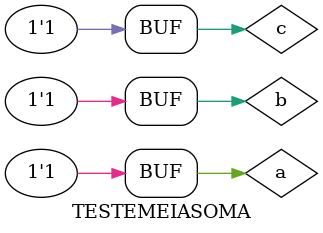
<source format=v>
 module MEIASOMA(temp1,carry,a,b);
	input a, b;
	output carry,temp1;
		
  xor XOR1(temp1,a,b);
  and AND1(carry,a,b);
  
   endmodule
	
	
	module TESTEMEIASOMA;

	reg a,b,c;
	wire soma,carry,temp1,carry2,carryout;

	MEIASOMA MEIASOMA1 (temp1,carry,a,b);
	MEIASOMA MEIASOMA (soma,carry2,temp1,c);
	or OR1(carryout,carry2,carry);

	initial begin
		a = 0;b = 0;c=0;
	end

	initial begin

		#1 $display (" Larissa Fernandes Leijoto - 410476 ");
		#1 $display (" a | b | c | carryout  | soma ");
		$monitor (" %b | %b | %b |   %b      |  %b", a,b,c,carryout,soma);
		#1 a = 0;b = 0;c=1;
		#1 a = 0;b = 1;c=0;
		#1 a = 0;b = 1;c=1;
		#1 a = 1;b = 0;c=0;
		#1 a = 1;b = 0;c=1;
		#1 a = 1;b = 1;c=0;
		#1 a = 1;b = 1;c=1;


	end	
     endmodule

	
</source>
